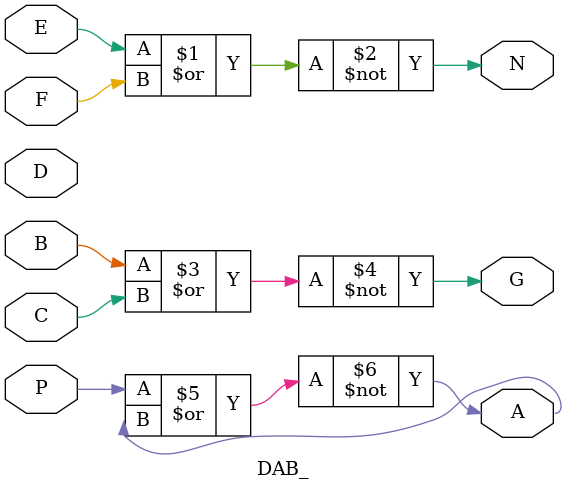
<source format=v>
module DAB_ ( E, F, N, B, C, G, D, P, A );
//            T  T  U  T  T  U  T  T  U
  input E, F, B, C, D, P;
  output N, G, A;

  // DTDL AND gate: -MA
  // Drawing 729855, production drawing 371924

  // Inputs down transistor on output up
  // Either or both inputs up transistor off and output is down
  // Max Delay usec  CTDL Clock
  //  turn on        0.28 0.15
  //  turn off       0.09 0.144

  assign N = ~(E | F);
  assign G = ~(B | C);
  assign A = ~(P | A);

endmodule

</source>
